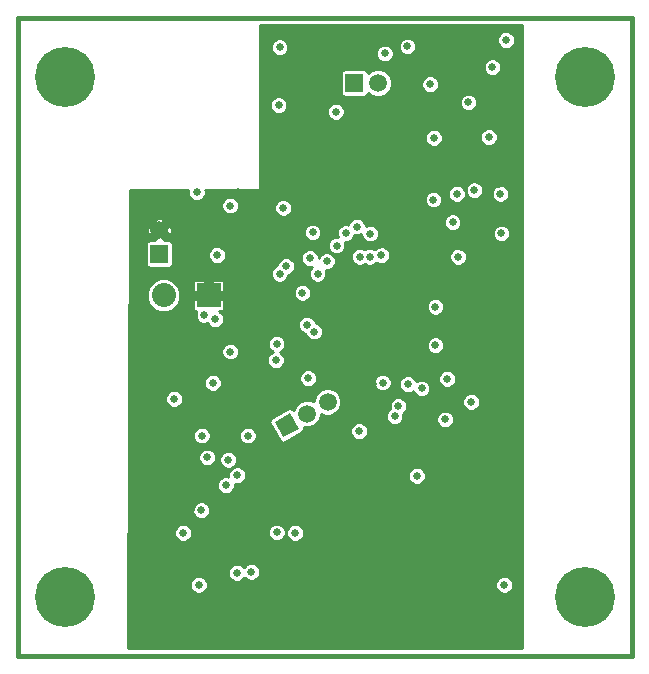
<source format=gbr>
G04 (created by PCBNEW (2013-mar-13)-testing) date Fri 19 Jul 2013 02:37:30 PM PDT*
%MOIN*%
G04 Gerber Fmt 3.4, Leading zero omitted, Abs format*
%FSLAX34Y34*%
G01*
G70*
G90*
G04 APERTURE LIST*
%ADD10C,0.005906*%
%ADD11C,0.015000*%
%ADD12R,0.039370X0.039370*%
%ADD13C,0.080000*%
%ADD14R,0.080000X0.080000*%
%ADD15C,0.059055*%
%ADD16R,0.059055X0.059055*%
%ADD17C,0.200000*%
%ADD18C,0.026000*%
%ADD19C,0.009000*%
G04 APERTURE END LIST*
G54D10*
G54D11*
X87401Y-31102D02*
X87401Y-52362D01*
X66929Y-31102D02*
X87401Y-31102D01*
X66929Y-52362D02*
X66929Y-31102D01*
X87401Y-52362D02*
X66929Y-52362D01*
G54D12*
X72322Y-41909D03*
X72952Y-41909D03*
X72637Y-42224D03*
X72322Y-42539D03*
X72952Y-42539D03*
G54D13*
X71789Y-40354D03*
G54D14*
X73289Y-40354D03*
G54D15*
X76574Y-44291D03*
X77256Y-43897D03*
G54D10*
G36*
X75784Y-45088D02*
X75489Y-44576D01*
X76000Y-44281D01*
X76296Y-44793D01*
X75784Y-45088D01*
X75784Y-45088D01*
G37*
G54D16*
X71653Y-38976D03*
G54D15*
X71653Y-38188D03*
G54D16*
X78149Y-33267D03*
G54D15*
X78937Y-33267D03*
G54D17*
X68502Y-33070D03*
X68502Y-50393D03*
X85825Y-50393D03*
X85825Y-33070D03*
G54D18*
X75561Y-48254D03*
X76177Y-48270D03*
X74249Y-46347D03*
X73579Y-39006D03*
X74008Y-37357D03*
X79489Y-44386D03*
X73151Y-41008D03*
X72834Y-49055D03*
X71466Y-50777D03*
X76462Y-37680D03*
X83149Y-51692D03*
X83117Y-47617D03*
X77921Y-46143D03*
X81692Y-51172D03*
X83208Y-45001D03*
X74071Y-40298D03*
X76377Y-47012D03*
X71712Y-37557D03*
X82881Y-33812D03*
X71225Y-44268D03*
X82780Y-39304D03*
X72520Y-44529D03*
X74256Y-36914D03*
X77559Y-51102D03*
X80754Y-31540D03*
X71108Y-51752D03*
X73340Y-44523D03*
X74394Y-50884D03*
X78740Y-32711D03*
X73714Y-39406D03*
X75261Y-49312D03*
X75630Y-32857D03*
X80856Y-41478D03*
X81960Y-32813D03*
X78755Y-43321D03*
X79727Y-35391D03*
X76484Y-50532D03*
X82884Y-36462D03*
X76289Y-39106D03*
X80556Y-43950D03*
X81236Y-46366D03*
X76204Y-40816D03*
X76568Y-45353D03*
X79210Y-38380D03*
X77538Y-34230D03*
X77229Y-39214D03*
X75875Y-39374D03*
X81565Y-36969D03*
X81424Y-37917D03*
X76922Y-39629D03*
X75656Y-39629D03*
X75783Y-37438D03*
X73436Y-43265D03*
X73871Y-46684D03*
X74015Y-42224D03*
X72145Y-43799D03*
X82753Y-32740D03*
X83021Y-36971D03*
X83054Y-38287D03*
X81607Y-39063D03*
X81953Y-33922D03*
X73948Y-45828D03*
X73049Y-47515D03*
X72961Y-50000D03*
X74237Y-49600D03*
X73505Y-41143D03*
X78326Y-39063D03*
X78237Y-38057D03*
X79619Y-44042D03*
X79937Y-43310D03*
X80391Y-43455D03*
X77863Y-38275D03*
X81177Y-44488D03*
X81241Y-43134D03*
X80850Y-42015D03*
X79167Y-32289D03*
X80675Y-33315D03*
X77559Y-38690D03*
X76665Y-39113D03*
X76420Y-40267D03*
X76809Y-41559D03*
X74717Y-49568D03*
X74596Y-45026D03*
X79052Y-39010D03*
X73240Y-45754D03*
X78680Y-38292D03*
X75558Y-41968D03*
X79920Y-32055D03*
X83149Y-50000D03*
X82630Y-35076D03*
X80802Y-35103D03*
X75626Y-34010D03*
X72894Y-36914D03*
X80236Y-46371D03*
X76571Y-41329D03*
X78312Y-44875D03*
X83206Y-31840D03*
X73071Y-45023D03*
X72443Y-48269D03*
X79094Y-43256D03*
X80784Y-37159D03*
X76757Y-38254D03*
X80852Y-40728D03*
X75658Y-32083D03*
X78659Y-39068D03*
X82150Y-36840D03*
X76606Y-43117D03*
X75532Y-42513D03*
X82045Y-43897D03*
G54D10*
G36*
X83738Y-52122D02*
X83501Y-52122D01*
X83501Y-31781D01*
X83457Y-31673D01*
X83374Y-31590D01*
X83265Y-31545D01*
X83148Y-31545D01*
X83040Y-31589D01*
X82956Y-31672D01*
X82911Y-31781D01*
X82911Y-31898D01*
X82956Y-32007D01*
X83039Y-32090D01*
X83147Y-32135D01*
X83265Y-32135D01*
X83373Y-32090D01*
X83456Y-32007D01*
X83501Y-31899D01*
X83501Y-31781D01*
X83501Y-52122D01*
X83444Y-52122D01*
X83444Y-49941D01*
X83399Y-49833D01*
X83349Y-49782D01*
X83349Y-38229D01*
X83316Y-38149D01*
X83316Y-36913D01*
X83271Y-36804D01*
X83188Y-36721D01*
X83080Y-36676D01*
X83048Y-36676D01*
X83048Y-32681D01*
X83003Y-32573D01*
X82920Y-32490D01*
X82812Y-32445D01*
X82694Y-32445D01*
X82586Y-32490D01*
X82503Y-32572D01*
X82458Y-32681D01*
X82458Y-32798D01*
X82502Y-32907D01*
X82585Y-32990D01*
X82694Y-33035D01*
X82811Y-33035D01*
X82920Y-32990D01*
X83003Y-32907D01*
X83048Y-32799D01*
X83048Y-32681D01*
X83048Y-36676D01*
X82962Y-36676D01*
X82925Y-36692D01*
X82925Y-35018D01*
X82880Y-34910D01*
X82797Y-34826D01*
X82689Y-34781D01*
X82571Y-34781D01*
X82463Y-34826D01*
X82380Y-34909D01*
X82335Y-35017D01*
X82335Y-35135D01*
X82380Y-35243D01*
X82462Y-35326D01*
X82571Y-35371D01*
X82688Y-35371D01*
X82797Y-35327D01*
X82880Y-35244D01*
X82925Y-35135D01*
X82925Y-35018D01*
X82925Y-36692D01*
X82854Y-36721D01*
X82771Y-36804D01*
X82726Y-36912D01*
X82726Y-37030D01*
X82770Y-37138D01*
X82853Y-37221D01*
X82962Y-37266D01*
X83079Y-37266D01*
X83188Y-37221D01*
X83271Y-37138D01*
X83316Y-37030D01*
X83316Y-36913D01*
X83316Y-38149D01*
X83304Y-38120D01*
X83221Y-38037D01*
X83113Y-37992D01*
X82995Y-37992D01*
X82887Y-38037D01*
X82804Y-38120D01*
X82759Y-38228D01*
X82759Y-38346D01*
X82803Y-38454D01*
X82886Y-38537D01*
X82995Y-38582D01*
X83112Y-38582D01*
X83221Y-38538D01*
X83304Y-38455D01*
X83349Y-38346D01*
X83349Y-38229D01*
X83349Y-49782D01*
X83316Y-49750D01*
X83208Y-49705D01*
X83091Y-49704D01*
X82982Y-49749D01*
X82899Y-49832D01*
X82854Y-49941D01*
X82854Y-50058D01*
X82899Y-50166D01*
X82982Y-50249D01*
X83090Y-50294D01*
X83208Y-50295D01*
X83316Y-50250D01*
X83399Y-50167D01*
X83444Y-50058D01*
X83444Y-49941D01*
X83444Y-52122D01*
X82445Y-52122D01*
X82445Y-36781D01*
X82401Y-36673D01*
X82318Y-36590D01*
X82248Y-36561D01*
X82248Y-33863D01*
X82204Y-33755D01*
X82121Y-33672D01*
X82012Y-33627D01*
X81895Y-33627D01*
X81786Y-33672D01*
X81703Y-33754D01*
X81658Y-33863D01*
X81658Y-33980D01*
X81703Y-34089D01*
X81786Y-34172D01*
X81894Y-34217D01*
X82012Y-34217D01*
X82120Y-34172D01*
X82203Y-34089D01*
X82248Y-33981D01*
X82248Y-33863D01*
X82248Y-36561D01*
X82209Y-36545D01*
X82092Y-36545D01*
X81983Y-36590D01*
X81900Y-36672D01*
X81855Y-36781D01*
X81855Y-36898D01*
X81900Y-37007D01*
X81983Y-37090D01*
X82091Y-37135D01*
X82209Y-37135D01*
X82317Y-37090D01*
X82400Y-37007D01*
X82445Y-36899D01*
X82445Y-36781D01*
X82445Y-52122D01*
X82340Y-52122D01*
X82340Y-43839D01*
X82295Y-43730D01*
X82212Y-43647D01*
X82104Y-43602D01*
X81986Y-43602D01*
X81902Y-43637D01*
X81902Y-39005D01*
X81860Y-38901D01*
X81860Y-36911D01*
X81815Y-36802D01*
X81732Y-36719D01*
X81623Y-36674D01*
X81506Y-36674D01*
X81398Y-36719D01*
X81315Y-36802D01*
X81270Y-36910D01*
X81269Y-37028D01*
X81314Y-37136D01*
X81397Y-37219D01*
X81506Y-37264D01*
X81623Y-37264D01*
X81731Y-37219D01*
X81814Y-37137D01*
X81859Y-37028D01*
X81860Y-36911D01*
X81860Y-38901D01*
X81858Y-38896D01*
X81775Y-38813D01*
X81719Y-38790D01*
X81719Y-37859D01*
X81674Y-37750D01*
X81591Y-37667D01*
X81483Y-37622D01*
X81365Y-37622D01*
X81257Y-37667D01*
X81174Y-37750D01*
X81129Y-37858D01*
X81129Y-37976D01*
X81173Y-38084D01*
X81256Y-38167D01*
X81365Y-38212D01*
X81482Y-38212D01*
X81591Y-38168D01*
X81674Y-38085D01*
X81719Y-37976D01*
X81719Y-37859D01*
X81719Y-38790D01*
X81666Y-38768D01*
X81549Y-38768D01*
X81440Y-38813D01*
X81357Y-38896D01*
X81312Y-39004D01*
X81312Y-39122D01*
X81357Y-39230D01*
X81440Y-39313D01*
X81548Y-39358D01*
X81666Y-39358D01*
X81774Y-39313D01*
X81857Y-39230D01*
X81902Y-39122D01*
X81902Y-39005D01*
X81902Y-43637D01*
X81878Y-43647D01*
X81795Y-43730D01*
X81750Y-43838D01*
X81750Y-43956D01*
X81795Y-44064D01*
X81878Y-44147D01*
X81986Y-44192D01*
X82103Y-44192D01*
X82212Y-44147D01*
X82295Y-44064D01*
X82340Y-43956D01*
X82340Y-43839D01*
X82340Y-52122D01*
X81536Y-52122D01*
X81536Y-43075D01*
X81491Y-42967D01*
X81409Y-42884D01*
X81300Y-42839D01*
X81183Y-42839D01*
X81147Y-42853D01*
X81147Y-40669D01*
X81102Y-40561D01*
X81097Y-40556D01*
X81097Y-35045D01*
X81052Y-34936D01*
X80970Y-34854D01*
X80970Y-33256D01*
X80925Y-33148D01*
X80842Y-33065D01*
X80734Y-33020D01*
X80616Y-33019D01*
X80508Y-33064D01*
X80425Y-33147D01*
X80380Y-33256D01*
X80380Y-33373D01*
X80425Y-33481D01*
X80507Y-33564D01*
X80616Y-33609D01*
X80733Y-33610D01*
X80842Y-33565D01*
X80925Y-33482D01*
X80970Y-33373D01*
X80970Y-33256D01*
X80970Y-34854D01*
X80969Y-34853D01*
X80861Y-34808D01*
X80743Y-34808D01*
X80635Y-34853D01*
X80552Y-34936D01*
X80507Y-35044D01*
X80507Y-35162D01*
X80552Y-35270D01*
X80635Y-35353D01*
X80743Y-35398D01*
X80860Y-35398D01*
X80969Y-35354D01*
X81052Y-35271D01*
X81097Y-35162D01*
X81097Y-35045D01*
X81097Y-40556D01*
X81079Y-40538D01*
X81079Y-37101D01*
X81035Y-36992D01*
X80952Y-36909D01*
X80843Y-36864D01*
X80726Y-36864D01*
X80617Y-36909D01*
X80534Y-36992D01*
X80489Y-37100D01*
X80489Y-37217D01*
X80534Y-37326D01*
X80617Y-37409D01*
X80725Y-37454D01*
X80843Y-37454D01*
X80951Y-37409D01*
X81034Y-37326D01*
X81079Y-37218D01*
X81079Y-37101D01*
X81079Y-40538D01*
X81019Y-40478D01*
X80911Y-40433D01*
X80793Y-40433D01*
X80685Y-40478D01*
X80602Y-40561D01*
X80557Y-40669D01*
X80557Y-40786D01*
X80602Y-40895D01*
X80685Y-40978D01*
X80793Y-41023D01*
X80910Y-41023D01*
X81019Y-40978D01*
X81102Y-40895D01*
X81147Y-40787D01*
X81147Y-40669D01*
X81147Y-42853D01*
X81145Y-42854D01*
X81145Y-41957D01*
X81100Y-41848D01*
X81017Y-41765D01*
X80909Y-41720D01*
X80792Y-41720D01*
X80683Y-41765D01*
X80600Y-41848D01*
X80555Y-41956D01*
X80555Y-42073D01*
X80600Y-42182D01*
X80683Y-42265D01*
X80791Y-42310D01*
X80908Y-42310D01*
X81017Y-42265D01*
X81100Y-42182D01*
X81145Y-42074D01*
X81145Y-41957D01*
X81145Y-42854D01*
X81074Y-42883D01*
X80991Y-42966D01*
X80946Y-43075D01*
X80946Y-43192D01*
X80991Y-43301D01*
X81074Y-43384D01*
X81182Y-43429D01*
X81300Y-43429D01*
X81408Y-43384D01*
X81491Y-43301D01*
X81536Y-43193D01*
X81536Y-43075D01*
X81536Y-52122D01*
X81472Y-52122D01*
X81472Y-44429D01*
X81427Y-44321D01*
X81344Y-44238D01*
X81236Y-44193D01*
X81119Y-44193D01*
X81010Y-44237D01*
X80927Y-44320D01*
X80882Y-44429D01*
X80882Y-44546D01*
X80927Y-44655D01*
X81010Y-44738D01*
X81118Y-44783D01*
X81236Y-44783D01*
X81344Y-44738D01*
X81427Y-44655D01*
X81472Y-44547D01*
X81472Y-44429D01*
X81472Y-52122D01*
X80686Y-52122D01*
X80686Y-43396D01*
X80641Y-43288D01*
X80558Y-43205D01*
X80450Y-43160D01*
X80332Y-43160D01*
X80224Y-43205D01*
X80216Y-43212D01*
X80215Y-43211D01*
X80215Y-31997D01*
X80171Y-31888D01*
X80088Y-31805D01*
X79979Y-31760D01*
X79862Y-31760D01*
X79753Y-31805D01*
X79670Y-31888D01*
X79625Y-31996D01*
X79625Y-32113D01*
X79670Y-32222D01*
X79753Y-32305D01*
X79861Y-32350D01*
X79979Y-32350D01*
X80087Y-32305D01*
X80170Y-32222D01*
X80215Y-32114D01*
X80215Y-31997D01*
X80215Y-43211D01*
X80187Y-43143D01*
X80104Y-43060D01*
X79996Y-43015D01*
X79879Y-43015D01*
X79770Y-43060D01*
X79687Y-43142D01*
X79642Y-43251D01*
X79642Y-43368D01*
X79687Y-43477D01*
X79770Y-43560D01*
X79878Y-43605D01*
X79995Y-43605D01*
X80104Y-43560D01*
X80112Y-43552D01*
X80140Y-43622D01*
X80223Y-43705D01*
X80332Y-43750D01*
X80449Y-43750D01*
X80558Y-43705D01*
X80641Y-43622D01*
X80686Y-43514D01*
X80686Y-43396D01*
X80686Y-52122D01*
X80531Y-52122D01*
X80531Y-46313D01*
X80486Y-46204D01*
X80403Y-46121D01*
X80294Y-46076D01*
X80177Y-46076D01*
X80069Y-46121D01*
X79986Y-46204D01*
X79941Y-46312D01*
X79940Y-46430D01*
X79985Y-46538D01*
X80068Y-46621D01*
X80177Y-46666D01*
X80294Y-46666D01*
X80402Y-46621D01*
X80485Y-46538D01*
X80530Y-46430D01*
X80531Y-46313D01*
X80531Y-52122D01*
X79914Y-52122D01*
X79914Y-43983D01*
X79869Y-43875D01*
X79786Y-43792D01*
X79678Y-43747D01*
X79560Y-43747D01*
X79462Y-43787D01*
X79462Y-32231D01*
X79418Y-32122D01*
X79335Y-32039D01*
X79226Y-31994D01*
X79109Y-31994D01*
X79000Y-32039D01*
X78917Y-32122D01*
X78872Y-32230D01*
X78872Y-32348D01*
X78917Y-32456D01*
X79000Y-32539D01*
X79108Y-32584D01*
X79226Y-32584D01*
X79334Y-32539D01*
X79417Y-32457D01*
X79462Y-32348D01*
X79462Y-32231D01*
X79462Y-43787D01*
X79452Y-43792D01*
X79397Y-43847D01*
X79397Y-33176D01*
X79327Y-33007D01*
X79198Y-32877D01*
X79028Y-32807D01*
X78845Y-32807D01*
X78676Y-32877D01*
X78609Y-32943D01*
X78609Y-32939D01*
X78584Y-32878D01*
X78538Y-32832D01*
X78477Y-32807D01*
X78412Y-32807D01*
X77821Y-32807D01*
X77760Y-32832D01*
X77714Y-32878D01*
X77689Y-32939D01*
X77689Y-33005D01*
X77689Y-33595D01*
X77714Y-33656D01*
X77760Y-33702D01*
X77821Y-33727D01*
X77887Y-33727D01*
X78477Y-33727D01*
X78538Y-33702D01*
X78584Y-33656D01*
X78609Y-33595D01*
X78609Y-33591D01*
X78675Y-33657D01*
X78845Y-33727D01*
X79028Y-33728D01*
X79197Y-33658D01*
X79326Y-33528D01*
X79397Y-33359D01*
X79397Y-33176D01*
X79397Y-43847D01*
X79389Y-43854D01*
X79389Y-43197D01*
X79347Y-43095D01*
X79347Y-38952D01*
X79302Y-38843D01*
X79219Y-38760D01*
X79111Y-38715D01*
X78993Y-38715D01*
X78975Y-38723D01*
X78975Y-38233D01*
X78930Y-38125D01*
X78847Y-38042D01*
X78739Y-37997D01*
X78622Y-37997D01*
X78532Y-38034D01*
X78532Y-37999D01*
X78487Y-37890D01*
X78404Y-37807D01*
X78296Y-37762D01*
X78178Y-37762D01*
X78070Y-37807D01*
X77987Y-37890D01*
X77945Y-37990D01*
X77922Y-37980D01*
X77833Y-37980D01*
X77833Y-34172D01*
X77788Y-34064D01*
X77705Y-33981D01*
X77597Y-33936D01*
X77479Y-33935D01*
X77371Y-33980D01*
X77288Y-34063D01*
X77243Y-34172D01*
X77243Y-34289D01*
X77287Y-34397D01*
X77370Y-34480D01*
X77479Y-34525D01*
X77596Y-34526D01*
X77704Y-34481D01*
X77788Y-34398D01*
X77833Y-34289D01*
X77833Y-34172D01*
X77833Y-37980D01*
X77805Y-37980D01*
X77696Y-38025D01*
X77613Y-38108D01*
X77568Y-38216D01*
X77568Y-38333D01*
X77593Y-38395D01*
X77500Y-38395D01*
X77392Y-38440D01*
X77309Y-38522D01*
X77264Y-38631D01*
X77264Y-38748D01*
X77308Y-38857D01*
X77391Y-38940D01*
X77500Y-38985D01*
X77617Y-38985D01*
X77725Y-38940D01*
X77808Y-38857D01*
X77854Y-38749D01*
X77854Y-38631D01*
X77828Y-38570D01*
X77921Y-38570D01*
X78030Y-38525D01*
X78113Y-38442D01*
X78154Y-38342D01*
X78178Y-38352D01*
X78295Y-38352D01*
X78385Y-38315D01*
X78385Y-38350D01*
X78430Y-38459D01*
X78513Y-38542D01*
X78621Y-38587D01*
X78739Y-38587D01*
X78847Y-38542D01*
X78930Y-38459D01*
X78975Y-38351D01*
X78975Y-38233D01*
X78975Y-38723D01*
X78885Y-38760D01*
X78826Y-38818D01*
X78826Y-38818D01*
X78718Y-38773D01*
X78600Y-38773D01*
X78496Y-38816D01*
X78494Y-38813D01*
X78385Y-38768D01*
X78268Y-38768D01*
X78159Y-38813D01*
X78076Y-38896D01*
X78031Y-39004D01*
X78031Y-39122D01*
X78076Y-39230D01*
X78159Y-39313D01*
X78267Y-39358D01*
X78385Y-39358D01*
X78489Y-39315D01*
X78491Y-39318D01*
X78600Y-39363D01*
X78717Y-39363D01*
X78826Y-39318D01*
X78884Y-39260D01*
X78885Y-39260D01*
X78993Y-39305D01*
X79110Y-39305D01*
X79219Y-39261D01*
X79302Y-39178D01*
X79347Y-39069D01*
X79347Y-38952D01*
X79347Y-43095D01*
X79344Y-43089D01*
X79261Y-43006D01*
X79153Y-42961D01*
X79036Y-42961D01*
X78927Y-43005D01*
X78844Y-43088D01*
X78799Y-43197D01*
X78799Y-43314D01*
X78844Y-43423D01*
X78927Y-43506D01*
X79035Y-43551D01*
X79152Y-43551D01*
X79261Y-43506D01*
X79344Y-43423D01*
X79389Y-43315D01*
X79389Y-43197D01*
X79389Y-43854D01*
X79369Y-43875D01*
X79324Y-43983D01*
X79324Y-44100D01*
X79336Y-44130D01*
X79322Y-44136D01*
X79239Y-44219D01*
X79194Y-44327D01*
X79194Y-44445D01*
X79239Y-44553D01*
X79322Y-44636D01*
X79430Y-44681D01*
X79548Y-44681D01*
X79656Y-44637D01*
X79739Y-44554D01*
X79784Y-44445D01*
X79784Y-44328D01*
X79772Y-44298D01*
X79786Y-44292D01*
X79869Y-44209D01*
X79914Y-44101D01*
X79914Y-43983D01*
X79914Y-52122D01*
X78607Y-52122D01*
X78607Y-44817D01*
X78562Y-44708D01*
X78479Y-44625D01*
X78370Y-44580D01*
X78253Y-44580D01*
X78145Y-44625D01*
X78062Y-44708D01*
X78017Y-44816D01*
X78016Y-44934D01*
X78061Y-45042D01*
X78144Y-45125D01*
X78253Y-45170D01*
X78370Y-45170D01*
X78478Y-45125D01*
X78561Y-45043D01*
X78606Y-44934D01*
X78607Y-44817D01*
X78607Y-52122D01*
X77717Y-52122D01*
X77717Y-43806D01*
X77647Y-43637D01*
X77524Y-43514D01*
X77524Y-39155D01*
X77479Y-39047D01*
X77396Y-38964D01*
X77288Y-38919D01*
X77170Y-38919D01*
X77062Y-38964D01*
X77052Y-38974D01*
X77052Y-38196D01*
X77007Y-38087D01*
X76924Y-38004D01*
X76816Y-37959D01*
X76698Y-37959D01*
X76590Y-38004D01*
X76507Y-38087D01*
X76462Y-38195D01*
X76462Y-38313D01*
X76506Y-38421D01*
X76589Y-38504D01*
X76698Y-38549D01*
X76815Y-38549D01*
X76924Y-38504D01*
X77007Y-38422D01*
X77052Y-38313D01*
X77052Y-38196D01*
X77052Y-38974D01*
X76979Y-39047D01*
X76960Y-39093D01*
X76960Y-39055D01*
X76915Y-38946D01*
X76832Y-38863D01*
X76723Y-38818D01*
X76606Y-38818D01*
X76498Y-38863D01*
X76415Y-38946D01*
X76370Y-39054D01*
X76369Y-39172D01*
X76414Y-39280D01*
X76497Y-39363D01*
X76606Y-39408D01*
X76723Y-39408D01*
X76727Y-39407D01*
X76672Y-39461D01*
X76627Y-39570D01*
X76627Y-39687D01*
X76672Y-39796D01*
X76755Y-39879D01*
X76863Y-39924D01*
X76980Y-39924D01*
X77089Y-39879D01*
X77172Y-39796D01*
X77217Y-39688D01*
X77217Y-39570D01*
X77192Y-39509D01*
X77287Y-39509D01*
X77396Y-39464D01*
X77479Y-39381D01*
X77524Y-39273D01*
X77524Y-39155D01*
X77524Y-43514D01*
X77517Y-43507D01*
X77348Y-43437D01*
X77165Y-43437D01*
X77104Y-43462D01*
X77104Y-41500D01*
X77059Y-41392D01*
X76976Y-41309D01*
X76868Y-41264D01*
X76864Y-41264D01*
X76822Y-41162D01*
X76739Y-41079D01*
X76715Y-41069D01*
X76715Y-40209D01*
X76670Y-40100D01*
X76587Y-40017D01*
X76478Y-39972D01*
X76361Y-39972D01*
X76253Y-40017D01*
X76170Y-40099D01*
X76170Y-39315D01*
X76126Y-39207D01*
X76078Y-39159D01*
X76078Y-37380D01*
X76033Y-37271D01*
X75953Y-37191D01*
X75953Y-32025D01*
X75908Y-31916D01*
X75825Y-31833D01*
X75717Y-31788D01*
X75600Y-31788D01*
X75491Y-31833D01*
X75408Y-31916D01*
X75363Y-32024D01*
X75363Y-32142D01*
X75408Y-32250D01*
X75491Y-32333D01*
X75599Y-32378D01*
X75717Y-32378D01*
X75825Y-32333D01*
X75908Y-32250D01*
X75953Y-32142D01*
X75953Y-32025D01*
X75953Y-37191D01*
X75950Y-37188D01*
X75921Y-37176D01*
X75921Y-33952D01*
X75876Y-33844D01*
X75793Y-33760D01*
X75685Y-33715D01*
X75567Y-33715D01*
X75459Y-33760D01*
X75376Y-33843D01*
X75331Y-33951D01*
X75331Y-34069D01*
X75376Y-34177D01*
X75458Y-34260D01*
X75567Y-34305D01*
X75684Y-34305D01*
X75793Y-34261D01*
X75876Y-34178D01*
X75921Y-34069D01*
X75921Y-33952D01*
X75921Y-37176D01*
X75842Y-37143D01*
X75725Y-37143D01*
X75616Y-37188D01*
X75533Y-37271D01*
X75488Y-37379D01*
X75488Y-37496D01*
X75533Y-37605D01*
X75616Y-37688D01*
X75724Y-37733D01*
X75841Y-37733D01*
X75950Y-37688D01*
X76033Y-37605D01*
X76078Y-37497D01*
X76078Y-37380D01*
X76078Y-39159D01*
X76043Y-39124D01*
X75934Y-39079D01*
X75817Y-39079D01*
X75708Y-39123D01*
X75625Y-39206D01*
X75580Y-39315D01*
X75580Y-39341D01*
X75489Y-39378D01*
X75406Y-39461D01*
X75361Y-39570D01*
X75360Y-39687D01*
X75405Y-39796D01*
X75488Y-39879D01*
X75597Y-39924D01*
X75714Y-39924D01*
X75822Y-39879D01*
X75905Y-39796D01*
X75950Y-39688D01*
X75950Y-39662D01*
X76042Y-39624D01*
X76125Y-39541D01*
X76170Y-39433D01*
X76170Y-39315D01*
X76170Y-40099D01*
X76170Y-40100D01*
X76125Y-40208D01*
X76124Y-40326D01*
X76169Y-40434D01*
X76252Y-40517D01*
X76361Y-40562D01*
X76478Y-40562D01*
X76586Y-40518D01*
X76669Y-40435D01*
X76714Y-40326D01*
X76715Y-40209D01*
X76715Y-41069D01*
X76630Y-41034D01*
X76513Y-41034D01*
X76404Y-41079D01*
X76321Y-41161D01*
X76276Y-41270D01*
X76276Y-41387D01*
X76321Y-41496D01*
X76404Y-41579D01*
X76512Y-41624D01*
X76517Y-41624D01*
X76559Y-41726D01*
X76642Y-41809D01*
X76750Y-41854D01*
X76867Y-41854D01*
X76976Y-41809D01*
X77059Y-41726D01*
X77104Y-41618D01*
X77104Y-41500D01*
X77104Y-43462D01*
X76996Y-43507D01*
X76901Y-43601D01*
X76901Y-43059D01*
X76857Y-42950D01*
X76774Y-42867D01*
X76665Y-42822D01*
X76548Y-42822D01*
X76440Y-42867D01*
X76356Y-42950D01*
X76311Y-43058D01*
X76311Y-43176D01*
X76356Y-43284D01*
X76439Y-43367D01*
X76547Y-43412D01*
X76665Y-43412D01*
X76773Y-43367D01*
X76856Y-43285D01*
X76901Y-43176D01*
X76901Y-43059D01*
X76901Y-43601D01*
X76866Y-43636D01*
X76796Y-43805D01*
X76796Y-43884D01*
X76666Y-43831D01*
X76483Y-43830D01*
X76314Y-43900D01*
X76184Y-44030D01*
X76126Y-44170D01*
X76075Y-44130D01*
X76011Y-44113D01*
X75946Y-44122D01*
X75890Y-44155D01*
X75853Y-44176D01*
X75853Y-41910D01*
X75808Y-41802D01*
X75725Y-41719D01*
X75617Y-41674D01*
X75500Y-41673D01*
X75391Y-41718D01*
X75308Y-41801D01*
X75263Y-41910D01*
X75263Y-42027D01*
X75308Y-42135D01*
X75391Y-42218D01*
X75431Y-42235D01*
X75365Y-42262D01*
X75282Y-42345D01*
X75237Y-42454D01*
X75237Y-42571D01*
X75282Y-42679D01*
X75365Y-42762D01*
X75473Y-42807D01*
X75590Y-42808D01*
X75699Y-42763D01*
X75782Y-42680D01*
X75827Y-42571D01*
X75827Y-42454D01*
X75782Y-42346D01*
X75699Y-42263D01*
X75659Y-42246D01*
X75725Y-42219D01*
X75808Y-42136D01*
X75853Y-42027D01*
X75853Y-41910D01*
X75853Y-44176D01*
X75378Y-44450D01*
X75338Y-44502D01*
X75321Y-44565D01*
X75330Y-44631D01*
X75363Y-44687D01*
X75658Y-45199D01*
X75710Y-45239D01*
X75773Y-45256D01*
X75838Y-45247D01*
X75895Y-45214D01*
X76407Y-44919D01*
X76447Y-44867D01*
X76464Y-44804D01*
X76455Y-44740D01*
X76482Y-44751D01*
X76665Y-44751D01*
X76835Y-44681D01*
X76964Y-44552D01*
X77034Y-44383D01*
X77035Y-44303D01*
X77164Y-44357D01*
X77347Y-44357D01*
X77517Y-44288D01*
X77646Y-44158D01*
X77716Y-43989D01*
X77717Y-43806D01*
X77717Y-52122D01*
X76472Y-52122D01*
X76472Y-48212D01*
X76428Y-48103D01*
X76345Y-48020D01*
X76236Y-47975D01*
X76119Y-47975D01*
X76010Y-48020D01*
X75927Y-48103D01*
X75882Y-48211D01*
X75882Y-48329D01*
X75927Y-48437D01*
X76010Y-48520D01*
X76118Y-48565D01*
X76236Y-48565D01*
X76344Y-48521D01*
X76427Y-48438D01*
X76472Y-48329D01*
X76472Y-48212D01*
X76472Y-52122D01*
X75856Y-52122D01*
X75856Y-48196D01*
X75811Y-48087D01*
X75729Y-48004D01*
X75620Y-47959D01*
X75503Y-47959D01*
X75394Y-48004D01*
X75311Y-48087D01*
X75266Y-48195D01*
X75266Y-48313D01*
X75311Y-48421D01*
X75394Y-48504D01*
X75502Y-48549D01*
X75620Y-48549D01*
X75728Y-48504D01*
X75811Y-48422D01*
X75856Y-48313D01*
X75856Y-48196D01*
X75856Y-52122D01*
X75012Y-52122D01*
X75012Y-49510D01*
X74967Y-49401D01*
X74891Y-49325D01*
X74891Y-44967D01*
X74846Y-44859D01*
X74763Y-44776D01*
X74655Y-44731D01*
X74538Y-44731D01*
X74429Y-44775D01*
X74346Y-44858D01*
X74310Y-44945D01*
X74310Y-42165D01*
X74303Y-42147D01*
X74303Y-37299D01*
X74258Y-37190D01*
X74175Y-37107D01*
X74067Y-37062D01*
X73949Y-37062D01*
X73841Y-37107D01*
X73758Y-37190D01*
X73713Y-37298D01*
X73713Y-37416D01*
X73758Y-37524D01*
X73840Y-37607D01*
X73949Y-37652D01*
X74066Y-37652D01*
X74175Y-37607D01*
X74258Y-37524D01*
X74303Y-37416D01*
X74303Y-37299D01*
X74303Y-42147D01*
X74265Y-42057D01*
X74183Y-41974D01*
X74074Y-41929D01*
X73957Y-41929D01*
X73874Y-41963D01*
X73874Y-38947D01*
X73829Y-38839D01*
X73746Y-38756D01*
X73638Y-38711D01*
X73520Y-38711D01*
X73412Y-38755D01*
X73329Y-38838D01*
X73284Y-38947D01*
X73284Y-39064D01*
X73328Y-39172D01*
X73411Y-39256D01*
X73520Y-39301D01*
X73637Y-39301D01*
X73746Y-39256D01*
X73829Y-39173D01*
X73874Y-39065D01*
X73874Y-38947D01*
X73874Y-41963D01*
X73848Y-41974D01*
X73814Y-42008D01*
X73814Y-40779D01*
X73814Y-40729D01*
X73814Y-40490D01*
X73814Y-40218D01*
X73814Y-39979D01*
X73814Y-39929D01*
X73795Y-39883D01*
X73760Y-39848D01*
X73714Y-39829D01*
X73425Y-39829D01*
X73394Y-39860D01*
X73394Y-40249D01*
X73783Y-40249D01*
X73814Y-40218D01*
X73814Y-40490D01*
X73783Y-40459D01*
X73394Y-40459D01*
X73394Y-40467D01*
X73184Y-40467D01*
X73184Y-40459D01*
X73184Y-40249D01*
X73184Y-39860D01*
X73153Y-39829D01*
X72864Y-39829D01*
X72818Y-39848D01*
X72783Y-39883D01*
X72764Y-39929D01*
X72764Y-39979D01*
X72764Y-40218D01*
X72795Y-40249D01*
X73184Y-40249D01*
X73184Y-40459D01*
X72795Y-40459D01*
X72764Y-40490D01*
X72764Y-40729D01*
X72764Y-40779D01*
X72783Y-40825D01*
X72818Y-40860D01*
X72864Y-40879D01*
X72886Y-40879D01*
X72857Y-40949D01*
X72856Y-41066D01*
X72901Y-41175D01*
X72984Y-41258D01*
X73093Y-41303D01*
X73210Y-41303D01*
X73246Y-41288D01*
X73255Y-41310D01*
X73338Y-41393D01*
X73447Y-41438D01*
X73564Y-41438D01*
X73672Y-41394D01*
X73755Y-41311D01*
X73800Y-41202D01*
X73801Y-41085D01*
X73756Y-40976D01*
X73673Y-40893D01*
X73638Y-40879D01*
X73714Y-40879D01*
X73760Y-40860D01*
X73795Y-40825D01*
X73814Y-40779D01*
X73814Y-42008D01*
X73765Y-42057D01*
X73720Y-42165D01*
X73720Y-42282D01*
X73765Y-42391D01*
X73848Y-42474D01*
X73956Y-42519D01*
X74074Y-42519D01*
X74182Y-42474D01*
X74265Y-42391D01*
X74310Y-42283D01*
X74310Y-42165D01*
X74310Y-44945D01*
X74301Y-44967D01*
X74301Y-45084D01*
X74346Y-45193D01*
X74429Y-45276D01*
X74537Y-45321D01*
X74655Y-45321D01*
X74763Y-45276D01*
X74846Y-45193D01*
X74891Y-45085D01*
X74891Y-44967D01*
X74891Y-49325D01*
X74884Y-49318D01*
X74776Y-49273D01*
X74658Y-49273D01*
X74550Y-49318D01*
X74544Y-49324D01*
X74544Y-46289D01*
X74499Y-46180D01*
X74417Y-46097D01*
X74308Y-46052D01*
X74243Y-46052D01*
X74243Y-45770D01*
X74199Y-45661D01*
X74116Y-45578D01*
X74007Y-45533D01*
X73890Y-45533D01*
X73781Y-45578D01*
X73731Y-45628D01*
X73731Y-43207D01*
X73686Y-43099D01*
X73603Y-43015D01*
X73495Y-42970D01*
X73378Y-42970D01*
X73269Y-43015D01*
X73186Y-43098D01*
X73141Y-43206D01*
X73141Y-43324D01*
X73186Y-43432D01*
X73269Y-43515D01*
X73377Y-43560D01*
X73495Y-43560D01*
X73603Y-43516D01*
X73686Y-43433D01*
X73731Y-43324D01*
X73731Y-43207D01*
X73731Y-45628D01*
X73698Y-45661D01*
X73653Y-45769D01*
X73653Y-45886D01*
X73698Y-45995D01*
X73781Y-46078D01*
X73889Y-46123D01*
X74007Y-46123D01*
X74115Y-46078D01*
X74198Y-45995D01*
X74243Y-45887D01*
X74243Y-45770D01*
X74243Y-46052D01*
X74191Y-46052D01*
X74082Y-46097D01*
X73999Y-46180D01*
X73954Y-46288D01*
X73954Y-46399D01*
X73930Y-46389D01*
X73813Y-46389D01*
X73704Y-46433D01*
X73621Y-46516D01*
X73576Y-46625D01*
X73576Y-46742D01*
X73621Y-46850D01*
X73704Y-46934D01*
X73812Y-46979D01*
X73930Y-46979D01*
X74038Y-46934D01*
X74121Y-46851D01*
X74166Y-46743D01*
X74166Y-46632D01*
X74190Y-46642D01*
X74308Y-46642D01*
X74416Y-46597D01*
X74499Y-46514D01*
X74544Y-46406D01*
X74544Y-46289D01*
X74544Y-49324D01*
X74467Y-49401D01*
X74463Y-49409D01*
X74405Y-49350D01*
X74296Y-49305D01*
X74179Y-49305D01*
X74070Y-49350D01*
X73987Y-49433D01*
X73942Y-49541D01*
X73942Y-49659D01*
X73987Y-49767D01*
X74070Y-49850D01*
X74178Y-49895D01*
X74296Y-49895D01*
X74404Y-49850D01*
X74487Y-49767D01*
X74491Y-49759D01*
X74550Y-49818D01*
X74658Y-49863D01*
X74775Y-49863D01*
X74884Y-49818D01*
X74967Y-49736D01*
X75012Y-49627D01*
X75012Y-49510D01*
X75012Y-52122D01*
X73535Y-52122D01*
X73535Y-45695D01*
X73490Y-45587D01*
X73408Y-45504D01*
X73366Y-45487D01*
X73366Y-44965D01*
X73321Y-44856D01*
X73238Y-44773D01*
X73130Y-44728D01*
X73013Y-44728D01*
X72904Y-44773D01*
X72821Y-44856D01*
X72776Y-44964D01*
X72776Y-45082D01*
X72821Y-45190D01*
X72904Y-45273D01*
X73012Y-45318D01*
X73129Y-45318D01*
X73238Y-45273D01*
X73321Y-45191D01*
X73366Y-45082D01*
X73366Y-44965D01*
X73366Y-45487D01*
X73299Y-45459D01*
X73182Y-45459D01*
X73073Y-45503D01*
X72990Y-45586D01*
X72945Y-45695D01*
X72945Y-45812D01*
X72990Y-45921D01*
X73073Y-46004D01*
X73181Y-46049D01*
X73299Y-46049D01*
X73407Y-46004D01*
X73490Y-45921D01*
X73535Y-45813D01*
X73535Y-45695D01*
X73535Y-52122D01*
X73345Y-52122D01*
X73345Y-47457D01*
X73300Y-47348D01*
X73217Y-47265D01*
X73108Y-47220D01*
X72991Y-47220D01*
X72883Y-47265D01*
X72800Y-47348D01*
X72755Y-47456D01*
X72754Y-47574D01*
X72799Y-47682D01*
X72882Y-47765D01*
X72991Y-47810D01*
X73108Y-47810D01*
X73216Y-47766D01*
X73299Y-47683D01*
X73344Y-47574D01*
X73345Y-47457D01*
X73345Y-52122D01*
X73256Y-52122D01*
X73256Y-49942D01*
X73211Y-49833D01*
X73128Y-49750D01*
X73019Y-49705D01*
X72902Y-49705D01*
X72794Y-49750D01*
X72738Y-49805D01*
X72738Y-48210D01*
X72694Y-48102D01*
X72611Y-48019D01*
X72502Y-47974D01*
X72440Y-47974D01*
X72440Y-43740D01*
X72395Y-43632D01*
X72354Y-43590D01*
X72354Y-40242D01*
X72268Y-40034D01*
X72113Y-39879D01*
X72113Y-39304D01*
X72113Y-39238D01*
X72113Y-38648D01*
X72088Y-38587D01*
X72082Y-38580D01*
X72082Y-38183D01*
X72051Y-38029D01*
X71998Y-37992D01*
X71850Y-38140D01*
X71850Y-37843D01*
X71812Y-37791D01*
X71648Y-37760D01*
X71494Y-37791D01*
X71456Y-37843D01*
X71653Y-38040D01*
X71850Y-37843D01*
X71850Y-38140D01*
X71802Y-38188D01*
X71998Y-38385D01*
X72051Y-38348D01*
X72082Y-38183D01*
X72082Y-38580D01*
X72042Y-38541D01*
X71981Y-38516D01*
X71915Y-38516D01*
X71832Y-38516D01*
X71653Y-38337D01*
X71505Y-38485D01*
X71505Y-38188D01*
X71308Y-37992D01*
X71255Y-38029D01*
X71225Y-38194D01*
X71255Y-38348D01*
X71308Y-38385D01*
X71505Y-38188D01*
X71505Y-38485D01*
X71474Y-38516D01*
X71325Y-38516D01*
X71264Y-38541D01*
X71218Y-38587D01*
X71193Y-38648D01*
X71193Y-38713D01*
X71193Y-39304D01*
X71218Y-39365D01*
X71264Y-39411D01*
X71325Y-39436D01*
X71391Y-39436D01*
X71981Y-39436D01*
X72042Y-39411D01*
X72088Y-39365D01*
X72113Y-39304D01*
X72113Y-39879D01*
X72109Y-39875D01*
X71902Y-39789D01*
X71677Y-39789D01*
X71469Y-39875D01*
X71310Y-40033D01*
X71224Y-40241D01*
X71224Y-40466D01*
X71310Y-40673D01*
X71468Y-40833D01*
X71676Y-40919D01*
X71901Y-40919D01*
X72108Y-40833D01*
X72268Y-40674D01*
X72354Y-40467D01*
X72354Y-40242D01*
X72354Y-43590D01*
X72312Y-43549D01*
X72204Y-43504D01*
X72087Y-43504D01*
X71978Y-43548D01*
X71895Y-43631D01*
X71850Y-43740D01*
X71850Y-43857D01*
X71895Y-43966D01*
X71978Y-44049D01*
X72086Y-44094D01*
X72204Y-44094D01*
X72312Y-44049D01*
X72395Y-43966D01*
X72440Y-43858D01*
X72440Y-43740D01*
X72440Y-47974D01*
X72385Y-47974D01*
X72276Y-48019D01*
X72193Y-48101D01*
X72148Y-48210D01*
X72148Y-48327D01*
X72193Y-48436D01*
X72276Y-48519D01*
X72384Y-48564D01*
X72502Y-48564D01*
X72610Y-48519D01*
X72693Y-48436D01*
X72738Y-48328D01*
X72738Y-48210D01*
X72738Y-49805D01*
X72711Y-49833D01*
X72666Y-49941D01*
X72666Y-50059D01*
X72710Y-50167D01*
X72793Y-50250D01*
X72902Y-50295D01*
X73019Y-50295D01*
X73127Y-50251D01*
X73211Y-50168D01*
X73256Y-50059D01*
X73256Y-49942D01*
X73256Y-52122D01*
X70593Y-52122D01*
X70664Y-36832D01*
X72609Y-36832D01*
X72599Y-36855D01*
X72599Y-36973D01*
X72644Y-37081D01*
X72727Y-37164D01*
X72835Y-37209D01*
X72952Y-37209D01*
X73061Y-37164D01*
X73144Y-37081D01*
X73189Y-36973D01*
X73189Y-36856D01*
X73179Y-36832D01*
X75021Y-36832D01*
X75021Y-31342D01*
X83738Y-31342D01*
X83738Y-52122D01*
X83738Y-52122D01*
G37*
G54D19*
X83738Y-52122D02*
X83501Y-52122D01*
X83501Y-31781D01*
X83457Y-31673D01*
X83374Y-31590D01*
X83265Y-31545D01*
X83148Y-31545D01*
X83040Y-31589D01*
X82956Y-31672D01*
X82911Y-31781D01*
X82911Y-31898D01*
X82956Y-32007D01*
X83039Y-32090D01*
X83147Y-32135D01*
X83265Y-32135D01*
X83373Y-32090D01*
X83456Y-32007D01*
X83501Y-31899D01*
X83501Y-31781D01*
X83501Y-52122D01*
X83444Y-52122D01*
X83444Y-49941D01*
X83399Y-49833D01*
X83349Y-49782D01*
X83349Y-38229D01*
X83316Y-38149D01*
X83316Y-36913D01*
X83271Y-36804D01*
X83188Y-36721D01*
X83080Y-36676D01*
X83048Y-36676D01*
X83048Y-32681D01*
X83003Y-32573D01*
X82920Y-32490D01*
X82812Y-32445D01*
X82694Y-32445D01*
X82586Y-32490D01*
X82503Y-32572D01*
X82458Y-32681D01*
X82458Y-32798D01*
X82502Y-32907D01*
X82585Y-32990D01*
X82694Y-33035D01*
X82811Y-33035D01*
X82920Y-32990D01*
X83003Y-32907D01*
X83048Y-32799D01*
X83048Y-32681D01*
X83048Y-36676D01*
X82962Y-36676D01*
X82925Y-36692D01*
X82925Y-35018D01*
X82880Y-34910D01*
X82797Y-34826D01*
X82689Y-34781D01*
X82571Y-34781D01*
X82463Y-34826D01*
X82380Y-34909D01*
X82335Y-35017D01*
X82335Y-35135D01*
X82380Y-35243D01*
X82462Y-35326D01*
X82571Y-35371D01*
X82688Y-35371D01*
X82797Y-35327D01*
X82880Y-35244D01*
X82925Y-35135D01*
X82925Y-35018D01*
X82925Y-36692D01*
X82854Y-36721D01*
X82771Y-36804D01*
X82726Y-36912D01*
X82726Y-37030D01*
X82770Y-37138D01*
X82853Y-37221D01*
X82962Y-37266D01*
X83079Y-37266D01*
X83188Y-37221D01*
X83271Y-37138D01*
X83316Y-37030D01*
X83316Y-36913D01*
X83316Y-38149D01*
X83304Y-38120D01*
X83221Y-38037D01*
X83113Y-37992D01*
X82995Y-37992D01*
X82887Y-38037D01*
X82804Y-38120D01*
X82759Y-38228D01*
X82759Y-38346D01*
X82803Y-38454D01*
X82886Y-38537D01*
X82995Y-38582D01*
X83112Y-38582D01*
X83221Y-38538D01*
X83304Y-38455D01*
X83349Y-38346D01*
X83349Y-38229D01*
X83349Y-49782D01*
X83316Y-49750D01*
X83208Y-49705D01*
X83091Y-49704D01*
X82982Y-49749D01*
X82899Y-49832D01*
X82854Y-49941D01*
X82854Y-50058D01*
X82899Y-50166D01*
X82982Y-50249D01*
X83090Y-50294D01*
X83208Y-50295D01*
X83316Y-50250D01*
X83399Y-50167D01*
X83444Y-50058D01*
X83444Y-49941D01*
X83444Y-52122D01*
X82445Y-52122D01*
X82445Y-36781D01*
X82401Y-36673D01*
X82318Y-36590D01*
X82248Y-36561D01*
X82248Y-33863D01*
X82204Y-33755D01*
X82121Y-33672D01*
X82012Y-33627D01*
X81895Y-33627D01*
X81786Y-33672D01*
X81703Y-33754D01*
X81658Y-33863D01*
X81658Y-33980D01*
X81703Y-34089D01*
X81786Y-34172D01*
X81894Y-34217D01*
X82012Y-34217D01*
X82120Y-34172D01*
X82203Y-34089D01*
X82248Y-33981D01*
X82248Y-33863D01*
X82248Y-36561D01*
X82209Y-36545D01*
X82092Y-36545D01*
X81983Y-36590D01*
X81900Y-36672D01*
X81855Y-36781D01*
X81855Y-36898D01*
X81900Y-37007D01*
X81983Y-37090D01*
X82091Y-37135D01*
X82209Y-37135D01*
X82317Y-37090D01*
X82400Y-37007D01*
X82445Y-36899D01*
X82445Y-36781D01*
X82445Y-52122D01*
X82340Y-52122D01*
X82340Y-43839D01*
X82295Y-43730D01*
X82212Y-43647D01*
X82104Y-43602D01*
X81986Y-43602D01*
X81902Y-43637D01*
X81902Y-39005D01*
X81860Y-38901D01*
X81860Y-36911D01*
X81815Y-36802D01*
X81732Y-36719D01*
X81623Y-36674D01*
X81506Y-36674D01*
X81398Y-36719D01*
X81315Y-36802D01*
X81270Y-36910D01*
X81269Y-37028D01*
X81314Y-37136D01*
X81397Y-37219D01*
X81506Y-37264D01*
X81623Y-37264D01*
X81731Y-37219D01*
X81814Y-37137D01*
X81859Y-37028D01*
X81860Y-36911D01*
X81860Y-38901D01*
X81858Y-38896D01*
X81775Y-38813D01*
X81719Y-38790D01*
X81719Y-37859D01*
X81674Y-37750D01*
X81591Y-37667D01*
X81483Y-37622D01*
X81365Y-37622D01*
X81257Y-37667D01*
X81174Y-37750D01*
X81129Y-37858D01*
X81129Y-37976D01*
X81173Y-38084D01*
X81256Y-38167D01*
X81365Y-38212D01*
X81482Y-38212D01*
X81591Y-38168D01*
X81674Y-38085D01*
X81719Y-37976D01*
X81719Y-37859D01*
X81719Y-38790D01*
X81666Y-38768D01*
X81549Y-38768D01*
X81440Y-38813D01*
X81357Y-38896D01*
X81312Y-39004D01*
X81312Y-39122D01*
X81357Y-39230D01*
X81440Y-39313D01*
X81548Y-39358D01*
X81666Y-39358D01*
X81774Y-39313D01*
X81857Y-39230D01*
X81902Y-39122D01*
X81902Y-39005D01*
X81902Y-43637D01*
X81878Y-43647D01*
X81795Y-43730D01*
X81750Y-43838D01*
X81750Y-43956D01*
X81795Y-44064D01*
X81878Y-44147D01*
X81986Y-44192D01*
X82103Y-44192D01*
X82212Y-44147D01*
X82295Y-44064D01*
X82340Y-43956D01*
X82340Y-43839D01*
X82340Y-52122D01*
X81536Y-52122D01*
X81536Y-43075D01*
X81491Y-42967D01*
X81409Y-42884D01*
X81300Y-42839D01*
X81183Y-42839D01*
X81147Y-42853D01*
X81147Y-40669D01*
X81102Y-40561D01*
X81097Y-40556D01*
X81097Y-35045D01*
X81052Y-34936D01*
X80970Y-34854D01*
X80970Y-33256D01*
X80925Y-33148D01*
X80842Y-33065D01*
X80734Y-33020D01*
X80616Y-33019D01*
X80508Y-33064D01*
X80425Y-33147D01*
X80380Y-33256D01*
X80380Y-33373D01*
X80425Y-33481D01*
X80507Y-33564D01*
X80616Y-33609D01*
X80733Y-33610D01*
X80842Y-33565D01*
X80925Y-33482D01*
X80970Y-33373D01*
X80970Y-33256D01*
X80970Y-34854D01*
X80969Y-34853D01*
X80861Y-34808D01*
X80743Y-34808D01*
X80635Y-34853D01*
X80552Y-34936D01*
X80507Y-35044D01*
X80507Y-35162D01*
X80552Y-35270D01*
X80635Y-35353D01*
X80743Y-35398D01*
X80860Y-35398D01*
X80969Y-35354D01*
X81052Y-35271D01*
X81097Y-35162D01*
X81097Y-35045D01*
X81097Y-40556D01*
X81079Y-40538D01*
X81079Y-37101D01*
X81035Y-36992D01*
X80952Y-36909D01*
X80843Y-36864D01*
X80726Y-36864D01*
X80617Y-36909D01*
X80534Y-36992D01*
X80489Y-37100D01*
X80489Y-37217D01*
X80534Y-37326D01*
X80617Y-37409D01*
X80725Y-37454D01*
X80843Y-37454D01*
X80951Y-37409D01*
X81034Y-37326D01*
X81079Y-37218D01*
X81079Y-37101D01*
X81079Y-40538D01*
X81019Y-40478D01*
X80911Y-40433D01*
X80793Y-40433D01*
X80685Y-40478D01*
X80602Y-40561D01*
X80557Y-40669D01*
X80557Y-40786D01*
X80602Y-40895D01*
X80685Y-40978D01*
X80793Y-41023D01*
X80910Y-41023D01*
X81019Y-40978D01*
X81102Y-40895D01*
X81147Y-40787D01*
X81147Y-40669D01*
X81147Y-42853D01*
X81145Y-42854D01*
X81145Y-41957D01*
X81100Y-41848D01*
X81017Y-41765D01*
X80909Y-41720D01*
X80792Y-41720D01*
X80683Y-41765D01*
X80600Y-41848D01*
X80555Y-41956D01*
X80555Y-42073D01*
X80600Y-42182D01*
X80683Y-42265D01*
X80791Y-42310D01*
X80908Y-42310D01*
X81017Y-42265D01*
X81100Y-42182D01*
X81145Y-42074D01*
X81145Y-41957D01*
X81145Y-42854D01*
X81074Y-42883D01*
X80991Y-42966D01*
X80946Y-43075D01*
X80946Y-43192D01*
X80991Y-43301D01*
X81074Y-43384D01*
X81182Y-43429D01*
X81300Y-43429D01*
X81408Y-43384D01*
X81491Y-43301D01*
X81536Y-43193D01*
X81536Y-43075D01*
X81536Y-52122D01*
X81472Y-52122D01*
X81472Y-44429D01*
X81427Y-44321D01*
X81344Y-44238D01*
X81236Y-44193D01*
X81119Y-44193D01*
X81010Y-44237D01*
X80927Y-44320D01*
X80882Y-44429D01*
X80882Y-44546D01*
X80927Y-44655D01*
X81010Y-44738D01*
X81118Y-44783D01*
X81236Y-44783D01*
X81344Y-44738D01*
X81427Y-44655D01*
X81472Y-44547D01*
X81472Y-44429D01*
X81472Y-52122D01*
X80686Y-52122D01*
X80686Y-43396D01*
X80641Y-43288D01*
X80558Y-43205D01*
X80450Y-43160D01*
X80332Y-43160D01*
X80224Y-43205D01*
X80216Y-43212D01*
X80215Y-43211D01*
X80215Y-31997D01*
X80171Y-31888D01*
X80088Y-31805D01*
X79979Y-31760D01*
X79862Y-31760D01*
X79753Y-31805D01*
X79670Y-31888D01*
X79625Y-31996D01*
X79625Y-32113D01*
X79670Y-32222D01*
X79753Y-32305D01*
X79861Y-32350D01*
X79979Y-32350D01*
X80087Y-32305D01*
X80170Y-32222D01*
X80215Y-32114D01*
X80215Y-31997D01*
X80215Y-43211D01*
X80187Y-43143D01*
X80104Y-43060D01*
X79996Y-43015D01*
X79879Y-43015D01*
X79770Y-43060D01*
X79687Y-43142D01*
X79642Y-43251D01*
X79642Y-43368D01*
X79687Y-43477D01*
X79770Y-43560D01*
X79878Y-43605D01*
X79995Y-43605D01*
X80104Y-43560D01*
X80112Y-43552D01*
X80140Y-43622D01*
X80223Y-43705D01*
X80332Y-43750D01*
X80449Y-43750D01*
X80558Y-43705D01*
X80641Y-43622D01*
X80686Y-43514D01*
X80686Y-43396D01*
X80686Y-52122D01*
X80531Y-52122D01*
X80531Y-46313D01*
X80486Y-46204D01*
X80403Y-46121D01*
X80294Y-46076D01*
X80177Y-46076D01*
X80069Y-46121D01*
X79986Y-46204D01*
X79941Y-46312D01*
X79940Y-46430D01*
X79985Y-46538D01*
X80068Y-46621D01*
X80177Y-46666D01*
X80294Y-46666D01*
X80402Y-46621D01*
X80485Y-46538D01*
X80530Y-46430D01*
X80531Y-46313D01*
X80531Y-52122D01*
X79914Y-52122D01*
X79914Y-43983D01*
X79869Y-43875D01*
X79786Y-43792D01*
X79678Y-43747D01*
X79560Y-43747D01*
X79462Y-43787D01*
X79462Y-32231D01*
X79418Y-32122D01*
X79335Y-32039D01*
X79226Y-31994D01*
X79109Y-31994D01*
X79000Y-32039D01*
X78917Y-32122D01*
X78872Y-32230D01*
X78872Y-32348D01*
X78917Y-32456D01*
X79000Y-32539D01*
X79108Y-32584D01*
X79226Y-32584D01*
X79334Y-32539D01*
X79417Y-32457D01*
X79462Y-32348D01*
X79462Y-32231D01*
X79462Y-43787D01*
X79452Y-43792D01*
X79397Y-43847D01*
X79397Y-33176D01*
X79327Y-33007D01*
X79198Y-32877D01*
X79028Y-32807D01*
X78845Y-32807D01*
X78676Y-32877D01*
X78609Y-32943D01*
X78609Y-32939D01*
X78584Y-32878D01*
X78538Y-32832D01*
X78477Y-32807D01*
X78412Y-32807D01*
X77821Y-32807D01*
X77760Y-32832D01*
X77714Y-32878D01*
X77689Y-32939D01*
X77689Y-33005D01*
X77689Y-33595D01*
X77714Y-33656D01*
X77760Y-33702D01*
X77821Y-33727D01*
X77887Y-33727D01*
X78477Y-33727D01*
X78538Y-33702D01*
X78584Y-33656D01*
X78609Y-33595D01*
X78609Y-33591D01*
X78675Y-33657D01*
X78845Y-33727D01*
X79028Y-33728D01*
X79197Y-33658D01*
X79326Y-33528D01*
X79397Y-33359D01*
X79397Y-33176D01*
X79397Y-43847D01*
X79389Y-43854D01*
X79389Y-43197D01*
X79347Y-43095D01*
X79347Y-38952D01*
X79302Y-38843D01*
X79219Y-38760D01*
X79111Y-38715D01*
X78993Y-38715D01*
X78975Y-38723D01*
X78975Y-38233D01*
X78930Y-38125D01*
X78847Y-38042D01*
X78739Y-37997D01*
X78622Y-37997D01*
X78532Y-38034D01*
X78532Y-37999D01*
X78487Y-37890D01*
X78404Y-37807D01*
X78296Y-37762D01*
X78178Y-37762D01*
X78070Y-37807D01*
X77987Y-37890D01*
X77945Y-37990D01*
X77922Y-37980D01*
X77833Y-37980D01*
X77833Y-34172D01*
X77788Y-34064D01*
X77705Y-33981D01*
X77597Y-33936D01*
X77479Y-33935D01*
X77371Y-33980D01*
X77288Y-34063D01*
X77243Y-34172D01*
X77243Y-34289D01*
X77287Y-34397D01*
X77370Y-34480D01*
X77479Y-34525D01*
X77596Y-34526D01*
X77704Y-34481D01*
X77788Y-34398D01*
X77833Y-34289D01*
X77833Y-34172D01*
X77833Y-37980D01*
X77805Y-37980D01*
X77696Y-38025D01*
X77613Y-38108D01*
X77568Y-38216D01*
X77568Y-38333D01*
X77593Y-38395D01*
X77500Y-38395D01*
X77392Y-38440D01*
X77309Y-38522D01*
X77264Y-38631D01*
X77264Y-38748D01*
X77308Y-38857D01*
X77391Y-38940D01*
X77500Y-38985D01*
X77617Y-38985D01*
X77725Y-38940D01*
X77808Y-38857D01*
X77854Y-38749D01*
X77854Y-38631D01*
X77828Y-38570D01*
X77921Y-38570D01*
X78030Y-38525D01*
X78113Y-38442D01*
X78154Y-38342D01*
X78178Y-38352D01*
X78295Y-38352D01*
X78385Y-38315D01*
X78385Y-38350D01*
X78430Y-38459D01*
X78513Y-38542D01*
X78621Y-38587D01*
X78739Y-38587D01*
X78847Y-38542D01*
X78930Y-38459D01*
X78975Y-38351D01*
X78975Y-38233D01*
X78975Y-38723D01*
X78885Y-38760D01*
X78826Y-38818D01*
X78826Y-38818D01*
X78718Y-38773D01*
X78600Y-38773D01*
X78496Y-38816D01*
X78494Y-38813D01*
X78385Y-38768D01*
X78268Y-38768D01*
X78159Y-38813D01*
X78076Y-38896D01*
X78031Y-39004D01*
X78031Y-39122D01*
X78076Y-39230D01*
X78159Y-39313D01*
X78267Y-39358D01*
X78385Y-39358D01*
X78489Y-39315D01*
X78491Y-39318D01*
X78600Y-39363D01*
X78717Y-39363D01*
X78826Y-39318D01*
X78884Y-39260D01*
X78885Y-39260D01*
X78993Y-39305D01*
X79110Y-39305D01*
X79219Y-39261D01*
X79302Y-39178D01*
X79347Y-39069D01*
X79347Y-38952D01*
X79347Y-43095D01*
X79344Y-43089D01*
X79261Y-43006D01*
X79153Y-42961D01*
X79036Y-42961D01*
X78927Y-43005D01*
X78844Y-43088D01*
X78799Y-43197D01*
X78799Y-43314D01*
X78844Y-43423D01*
X78927Y-43506D01*
X79035Y-43551D01*
X79152Y-43551D01*
X79261Y-43506D01*
X79344Y-43423D01*
X79389Y-43315D01*
X79389Y-43197D01*
X79389Y-43854D01*
X79369Y-43875D01*
X79324Y-43983D01*
X79324Y-44100D01*
X79336Y-44130D01*
X79322Y-44136D01*
X79239Y-44219D01*
X79194Y-44327D01*
X79194Y-44445D01*
X79239Y-44553D01*
X79322Y-44636D01*
X79430Y-44681D01*
X79548Y-44681D01*
X79656Y-44637D01*
X79739Y-44554D01*
X79784Y-44445D01*
X79784Y-44328D01*
X79772Y-44298D01*
X79786Y-44292D01*
X79869Y-44209D01*
X79914Y-44101D01*
X79914Y-43983D01*
X79914Y-52122D01*
X78607Y-52122D01*
X78607Y-44817D01*
X78562Y-44708D01*
X78479Y-44625D01*
X78370Y-44580D01*
X78253Y-44580D01*
X78145Y-44625D01*
X78062Y-44708D01*
X78017Y-44816D01*
X78016Y-44934D01*
X78061Y-45042D01*
X78144Y-45125D01*
X78253Y-45170D01*
X78370Y-45170D01*
X78478Y-45125D01*
X78561Y-45043D01*
X78606Y-44934D01*
X78607Y-44817D01*
X78607Y-52122D01*
X77717Y-52122D01*
X77717Y-43806D01*
X77647Y-43637D01*
X77524Y-43514D01*
X77524Y-39155D01*
X77479Y-39047D01*
X77396Y-38964D01*
X77288Y-38919D01*
X77170Y-38919D01*
X77062Y-38964D01*
X77052Y-38974D01*
X77052Y-38196D01*
X77007Y-38087D01*
X76924Y-38004D01*
X76816Y-37959D01*
X76698Y-37959D01*
X76590Y-38004D01*
X76507Y-38087D01*
X76462Y-38195D01*
X76462Y-38313D01*
X76506Y-38421D01*
X76589Y-38504D01*
X76698Y-38549D01*
X76815Y-38549D01*
X76924Y-38504D01*
X77007Y-38422D01*
X77052Y-38313D01*
X77052Y-38196D01*
X77052Y-38974D01*
X76979Y-39047D01*
X76960Y-39093D01*
X76960Y-39055D01*
X76915Y-38946D01*
X76832Y-38863D01*
X76723Y-38818D01*
X76606Y-38818D01*
X76498Y-38863D01*
X76415Y-38946D01*
X76370Y-39054D01*
X76369Y-39172D01*
X76414Y-39280D01*
X76497Y-39363D01*
X76606Y-39408D01*
X76723Y-39408D01*
X76727Y-39407D01*
X76672Y-39461D01*
X76627Y-39570D01*
X76627Y-39687D01*
X76672Y-39796D01*
X76755Y-39879D01*
X76863Y-39924D01*
X76980Y-39924D01*
X77089Y-39879D01*
X77172Y-39796D01*
X77217Y-39688D01*
X77217Y-39570D01*
X77192Y-39509D01*
X77287Y-39509D01*
X77396Y-39464D01*
X77479Y-39381D01*
X77524Y-39273D01*
X77524Y-39155D01*
X77524Y-43514D01*
X77517Y-43507D01*
X77348Y-43437D01*
X77165Y-43437D01*
X77104Y-43462D01*
X77104Y-41500D01*
X77059Y-41392D01*
X76976Y-41309D01*
X76868Y-41264D01*
X76864Y-41264D01*
X76822Y-41162D01*
X76739Y-41079D01*
X76715Y-41069D01*
X76715Y-40209D01*
X76670Y-40100D01*
X76587Y-40017D01*
X76478Y-39972D01*
X76361Y-39972D01*
X76253Y-40017D01*
X76170Y-40099D01*
X76170Y-39315D01*
X76126Y-39207D01*
X76078Y-39159D01*
X76078Y-37380D01*
X76033Y-37271D01*
X75953Y-37191D01*
X75953Y-32025D01*
X75908Y-31916D01*
X75825Y-31833D01*
X75717Y-31788D01*
X75600Y-31788D01*
X75491Y-31833D01*
X75408Y-31916D01*
X75363Y-32024D01*
X75363Y-32142D01*
X75408Y-32250D01*
X75491Y-32333D01*
X75599Y-32378D01*
X75717Y-32378D01*
X75825Y-32333D01*
X75908Y-32250D01*
X75953Y-32142D01*
X75953Y-32025D01*
X75953Y-37191D01*
X75950Y-37188D01*
X75921Y-37176D01*
X75921Y-33952D01*
X75876Y-33844D01*
X75793Y-33760D01*
X75685Y-33715D01*
X75567Y-33715D01*
X75459Y-33760D01*
X75376Y-33843D01*
X75331Y-33951D01*
X75331Y-34069D01*
X75376Y-34177D01*
X75458Y-34260D01*
X75567Y-34305D01*
X75684Y-34305D01*
X75793Y-34261D01*
X75876Y-34178D01*
X75921Y-34069D01*
X75921Y-33952D01*
X75921Y-37176D01*
X75842Y-37143D01*
X75725Y-37143D01*
X75616Y-37188D01*
X75533Y-37271D01*
X75488Y-37379D01*
X75488Y-37496D01*
X75533Y-37605D01*
X75616Y-37688D01*
X75724Y-37733D01*
X75841Y-37733D01*
X75950Y-37688D01*
X76033Y-37605D01*
X76078Y-37497D01*
X76078Y-37380D01*
X76078Y-39159D01*
X76043Y-39124D01*
X75934Y-39079D01*
X75817Y-39079D01*
X75708Y-39123D01*
X75625Y-39206D01*
X75580Y-39315D01*
X75580Y-39341D01*
X75489Y-39378D01*
X75406Y-39461D01*
X75361Y-39570D01*
X75360Y-39687D01*
X75405Y-39796D01*
X75488Y-39879D01*
X75597Y-39924D01*
X75714Y-39924D01*
X75822Y-39879D01*
X75905Y-39796D01*
X75950Y-39688D01*
X75950Y-39662D01*
X76042Y-39624D01*
X76125Y-39541D01*
X76170Y-39433D01*
X76170Y-39315D01*
X76170Y-40099D01*
X76170Y-40100D01*
X76125Y-40208D01*
X76124Y-40326D01*
X76169Y-40434D01*
X76252Y-40517D01*
X76361Y-40562D01*
X76478Y-40562D01*
X76586Y-40518D01*
X76669Y-40435D01*
X76714Y-40326D01*
X76715Y-40209D01*
X76715Y-41069D01*
X76630Y-41034D01*
X76513Y-41034D01*
X76404Y-41079D01*
X76321Y-41161D01*
X76276Y-41270D01*
X76276Y-41387D01*
X76321Y-41496D01*
X76404Y-41579D01*
X76512Y-41624D01*
X76517Y-41624D01*
X76559Y-41726D01*
X76642Y-41809D01*
X76750Y-41854D01*
X76867Y-41854D01*
X76976Y-41809D01*
X77059Y-41726D01*
X77104Y-41618D01*
X77104Y-41500D01*
X77104Y-43462D01*
X76996Y-43507D01*
X76901Y-43601D01*
X76901Y-43059D01*
X76857Y-42950D01*
X76774Y-42867D01*
X76665Y-42822D01*
X76548Y-42822D01*
X76440Y-42867D01*
X76356Y-42950D01*
X76311Y-43058D01*
X76311Y-43176D01*
X76356Y-43284D01*
X76439Y-43367D01*
X76547Y-43412D01*
X76665Y-43412D01*
X76773Y-43367D01*
X76856Y-43285D01*
X76901Y-43176D01*
X76901Y-43059D01*
X76901Y-43601D01*
X76866Y-43636D01*
X76796Y-43805D01*
X76796Y-43884D01*
X76666Y-43831D01*
X76483Y-43830D01*
X76314Y-43900D01*
X76184Y-44030D01*
X76126Y-44170D01*
X76075Y-44130D01*
X76011Y-44113D01*
X75946Y-44122D01*
X75890Y-44155D01*
X75853Y-44176D01*
X75853Y-41910D01*
X75808Y-41802D01*
X75725Y-41719D01*
X75617Y-41674D01*
X75500Y-41673D01*
X75391Y-41718D01*
X75308Y-41801D01*
X75263Y-41910D01*
X75263Y-42027D01*
X75308Y-42135D01*
X75391Y-42218D01*
X75431Y-42235D01*
X75365Y-42262D01*
X75282Y-42345D01*
X75237Y-42454D01*
X75237Y-42571D01*
X75282Y-42679D01*
X75365Y-42762D01*
X75473Y-42807D01*
X75590Y-42808D01*
X75699Y-42763D01*
X75782Y-42680D01*
X75827Y-42571D01*
X75827Y-42454D01*
X75782Y-42346D01*
X75699Y-42263D01*
X75659Y-42246D01*
X75725Y-42219D01*
X75808Y-42136D01*
X75853Y-42027D01*
X75853Y-41910D01*
X75853Y-44176D01*
X75378Y-44450D01*
X75338Y-44502D01*
X75321Y-44565D01*
X75330Y-44631D01*
X75363Y-44687D01*
X75658Y-45199D01*
X75710Y-45239D01*
X75773Y-45256D01*
X75838Y-45247D01*
X75895Y-45214D01*
X76407Y-44919D01*
X76447Y-44867D01*
X76464Y-44804D01*
X76455Y-44740D01*
X76482Y-44751D01*
X76665Y-44751D01*
X76835Y-44681D01*
X76964Y-44552D01*
X77034Y-44383D01*
X77035Y-44303D01*
X77164Y-44357D01*
X77347Y-44357D01*
X77517Y-44288D01*
X77646Y-44158D01*
X77716Y-43989D01*
X77717Y-43806D01*
X77717Y-52122D01*
X76472Y-52122D01*
X76472Y-48212D01*
X76428Y-48103D01*
X76345Y-48020D01*
X76236Y-47975D01*
X76119Y-47975D01*
X76010Y-48020D01*
X75927Y-48103D01*
X75882Y-48211D01*
X75882Y-48329D01*
X75927Y-48437D01*
X76010Y-48520D01*
X76118Y-48565D01*
X76236Y-48565D01*
X76344Y-48521D01*
X76427Y-48438D01*
X76472Y-48329D01*
X76472Y-48212D01*
X76472Y-52122D01*
X75856Y-52122D01*
X75856Y-48196D01*
X75811Y-48087D01*
X75729Y-48004D01*
X75620Y-47959D01*
X75503Y-47959D01*
X75394Y-48004D01*
X75311Y-48087D01*
X75266Y-48195D01*
X75266Y-48313D01*
X75311Y-48421D01*
X75394Y-48504D01*
X75502Y-48549D01*
X75620Y-48549D01*
X75728Y-48504D01*
X75811Y-48422D01*
X75856Y-48313D01*
X75856Y-48196D01*
X75856Y-52122D01*
X75012Y-52122D01*
X75012Y-49510D01*
X74967Y-49401D01*
X74891Y-49325D01*
X74891Y-44967D01*
X74846Y-44859D01*
X74763Y-44776D01*
X74655Y-44731D01*
X74538Y-44731D01*
X74429Y-44775D01*
X74346Y-44858D01*
X74310Y-44945D01*
X74310Y-42165D01*
X74303Y-42147D01*
X74303Y-37299D01*
X74258Y-37190D01*
X74175Y-37107D01*
X74067Y-37062D01*
X73949Y-37062D01*
X73841Y-37107D01*
X73758Y-37190D01*
X73713Y-37298D01*
X73713Y-37416D01*
X73758Y-37524D01*
X73840Y-37607D01*
X73949Y-37652D01*
X74066Y-37652D01*
X74175Y-37607D01*
X74258Y-37524D01*
X74303Y-37416D01*
X74303Y-37299D01*
X74303Y-42147D01*
X74265Y-42057D01*
X74183Y-41974D01*
X74074Y-41929D01*
X73957Y-41929D01*
X73874Y-41963D01*
X73874Y-38947D01*
X73829Y-38839D01*
X73746Y-38756D01*
X73638Y-38711D01*
X73520Y-38711D01*
X73412Y-38755D01*
X73329Y-38838D01*
X73284Y-38947D01*
X73284Y-39064D01*
X73328Y-39172D01*
X73411Y-39256D01*
X73520Y-39301D01*
X73637Y-39301D01*
X73746Y-39256D01*
X73829Y-39173D01*
X73874Y-39065D01*
X73874Y-38947D01*
X73874Y-41963D01*
X73848Y-41974D01*
X73814Y-42008D01*
X73814Y-40779D01*
X73814Y-40729D01*
X73814Y-40490D01*
X73814Y-40218D01*
X73814Y-39979D01*
X73814Y-39929D01*
X73795Y-39883D01*
X73760Y-39848D01*
X73714Y-39829D01*
X73425Y-39829D01*
X73394Y-39860D01*
X73394Y-40249D01*
X73783Y-40249D01*
X73814Y-40218D01*
X73814Y-40490D01*
X73783Y-40459D01*
X73394Y-40459D01*
X73394Y-40467D01*
X73184Y-40467D01*
X73184Y-40459D01*
X73184Y-40249D01*
X73184Y-39860D01*
X73153Y-39829D01*
X72864Y-39829D01*
X72818Y-39848D01*
X72783Y-39883D01*
X72764Y-39929D01*
X72764Y-39979D01*
X72764Y-40218D01*
X72795Y-40249D01*
X73184Y-40249D01*
X73184Y-40459D01*
X72795Y-40459D01*
X72764Y-40490D01*
X72764Y-40729D01*
X72764Y-40779D01*
X72783Y-40825D01*
X72818Y-40860D01*
X72864Y-40879D01*
X72886Y-40879D01*
X72857Y-40949D01*
X72856Y-41066D01*
X72901Y-41175D01*
X72984Y-41258D01*
X73093Y-41303D01*
X73210Y-41303D01*
X73246Y-41288D01*
X73255Y-41310D01*
X73338Y-41393D01*
X73447Y-41438D01*
X73564Y-41438D01*
X73672Y-41394D01*
X73755Y-41311D01*
X73800Y-41202D01*
X73801Y-41085D01*
X73756Y-40976D01*
X73673Y-40893D01*
X73638Y-40879D01*
X73714Y-40879D01*
X73760Y-40860D01*
X73795Y-40825D01*
X73814Y-40779D01*
X73814Y-42008D01*
X73765Y-42057D01*
X73720Y-42165D01*
X73720Y-42282D01*
X73765Y-42391D01*
X73848Y-42474D01*
X73956Y-42519D01*
X74074Y-42519D01*
X74182Y-42474D01*
X74265Y-42391D01*
X74310Y-42283D01*
X74310Y-42165D01*
X74310Y-44945D01*
X74301Y-44967D01*
X74301Y-45084D01*
X74346Y-45193D01*
X74429Y-45276D01*
X74537Y-45321D01*
X74655Y-45321D01*
X74763Y-45276D01*
X74846Y-45193D01*
X74891Y-45085D01*
X74891Y-44967D01*
X74891Y-49325D01*
X74884Y-49318D01*
X74776Y-49273D01*
X74658Y-49273D01*
X74550Y-49318D01*
X74544Y-49324D01*
X74544Y-46289D01*
X74499Y-46180D01*
X74417Y-46097D01*
X74308Y-46052D01*
X74243Y-46052D01*
X74243Y-45770D01*
X74199Y-45661D01*
X74116Y-45578D01*
X74007Y-45533D01*
X73890Y-45533D01*
X73781Y-45578D01*
X73731Y-45628D01*
X73731Y-43207D01*
X73686Y-43099D01*
X73603Y-43015D01*
X73495Y-42970D01*
X73378Y-42970D01*
X73269Y-43015D01*
X73186Y-43098D01*
X73141Y-43206D01*
X73141Y-43324D01*
X73186Y-43432D01*
X73269Y-43515D01*
X73377Y-43560D01*
X73495Y-43560D01*
X73603Y-43516D01*
X73686Y-43433D01*
X73731Y-43324D01*
X73731Y-43207D01*
X73731Y-45628D01*
X73698Y-45661D01*
X73653Y-45769D01*
X73653Y-45886D01*
X73698Y-45995D01*
X73781Y-46078D01*
X73889Y-46123D01*
X74007Y-46123D01*
X74115Y-46078D01*
X74198Y-45995D01*
X74243Y-45887D01*
X74243Y-45770D01*
X74243Y-46052D01*
X74191Y-46052D01*
X74082Y-46097D01*
X73999Y-46180D01*
X73954Y-46288D01*
X73954Y-46399D01*
X73930Y-46389D01*
X73813Y-46389D01*
X73704Y-46433D01*
X73621Y-46516D01*
X73576Y-46625D01*
X73576Y-46742D01*
X73621Y-46850D01*
X73704Y-46934D01*
X73812Y-46979D01*
X73930Y-46979D01*
X74038Y-46934D01*
X74121Y-46851D01*
X74166Y-46743D01*
X74166Y-46632D01*
X74190Y-46642D01*
X74308Y-46642D01*
X74416Y-46597D01*
X74499Y-46514D01*
X74544Y-46406D01*
X74544Y-46289D01*
X74544Y-49324D01*
X74467Y-49401D01*
X74463Y-49409D01*
X74405Y-49350D01*
X74296Y-49305D01*
X74179Y-49305D01*
X74070Y-49350D01*
X73987Y-49433D01*
X73942Y-49541D01*
X73942Y-49659D01*
X73987Y-49767D01*
X74070Y-49850D01*
X74178Y-49895D01*
X74296Y-49895D01*
X74404Y-49850D01*
X74487Y-49767D01*
X74491Y-49759D01*
X74550Y-49818D01*
X74658Y-49863D01*
X74775Y-49863D01*
X74884Y-49818D01*
X74967Y-49736D01*
X75012Y-49627D01*
X75012Y-49510D01*
X75012Y-52122D01*
X73535Y-52122D01*
X73535Y-45695D01*
X73490Y-45587D01*
X73408Y-45504D01*
X73366Y-45487D01*
X73366Y-44965D01*
X73321Y-44856D01*
X73238Y-44773D01*
X73130Y-44728D01*
X73013Y-44728D01*
X72904Y-44773D01*
X72821Y-44856D01*
X72776Y-44964D01*
X72776Y-45082D01*
X72821Y-45190D01*
X72904Y-45273D01*
X73012Y-45318D01*
X73129Y-45318D01*
X73238Y-45273D01*
X73321Y-45191D01*
X73366Y-45082D01*
X73366Y-44965D01*
X73366Y-45487D01*
X73299Y-45459D01*
X73182Y-45459D01*
X73073Y-45503D01*
X72990Y-45586D01*
X72945Y-45695D01*
X72945Y-45812D01*
X72990Y-45921D01*
X73073Y-46004D01*
X73181Y-46049D01*
X73299Y-46049D01*
X73407Y-46004D01*
X73490Y-45921D01*
X73535Y-45813D01*
X73535Y-45695D01*
X73535Y-52122D01*
X73345Y-52122D01*
X73345Y-47457D01*
X73300Y-47348D01*
X73217Y-47265D01*
X73108Y-47220D01*
X72991Y-47220D01*
X72883Y-47265D01*
X72800Y-47348D01*
X72755Y-47456D01*
X72754Y-47574D01*
X72799Y-47682D01*
X72882Y-47765D01*
X72991Y-47810D01*
X73108Y-47810D01*
X73216Y-47766D01*
X73299Y-47683D01*
X73344Y-47574D01*
X73345Y-47457D01*
X73345Y-52122D01*
X73256Y-52122D01*
X73256Y-49942D01*
X73211Y-49833D01*
X73128Y-49750D01*
X73019Y-49705D01*
X72902Y-49705D01*
X72794Y-49750D01*
X72738Y-49805D01*
X72738Y-48210D01*
X72694Y-48102D01*
X72611Y-48019D01*
X72502Y-47974D01*
X72440Y-47974D01*
X72440Y-43740D01*
X72395Y-43632D01*
X72354Y-43590D01*
X72354Y-40242D01*
X72268Y-40034D01*
X72113Y-39879D01*
X72113Y-39304D01*
X72113Y-39238D01*
X72113Y-38648D01*
X72088Y-38587D01*
X72082Y-38580D01*
X72082Y-38183D01*
X72051Y-38029D01*
X71998Y-37992D01*
X71850Y-38140D01*
X71850Y-37843D01*
X71812Y-37791D01*
X71648Y-37760D01*
X71494Y-37791D01*
X71456Y-37843D01*
X71653Y-38040D01*
X71850Y-37843D01*
X71850Y-38140D01*
X71802Y-38188D01*
X71998Y-38385D01*
X72051Y-38348D01*
X72082Y-38183D01*
X72082Y-38580D01*
X72042Y-38541D01*
X71981Y-38516D01*
X71915Y-38516D01*
X71832Y-38516D01*
X71653Y-38337D01*
X71505Y-38485D01*
X71505Y-38188D01*
X71308Y-37992D01*
X71255Y-38029D01*
X71225Y-38194D01*
X71255Y-38348D01*
X71308Y-38385D01*
X71505Y-38188D01*
X71505Y-38485D01*
X71474Y-38516D01*
X71325Y-38516D01*
X71264Y-38541D01*
X71218Y-38587D01*
X71193Y-38648D01*
X71193Y-38713D01*
X71193Y-39304D01*
X71218Y-39365D01*
X71264Y-39411D01*
X71325Y-39436D01*
X71391Y-39436D01*
X71981Y-39436D01*
X72042Y-39411D01*
X72088Y-39365D01*
X72113Y-39304D01*
X72113Y-39879D01*
X72109Y-39875D01*
X71902Y-39789D01*
X71677Y-39789D01*
X71469Y-39875D01*
X71310Y-40033D01*
X71224Y-40241D01*
X71224Y-40466D01*
X71310Y-40673D01*
X71468Y-40833D01*
X71676Y-40919D01*
X71901Y-40919D01*
X72108Y-40833D01*
X72268Y-40674D01*
X72354Y-40467D01*
X72354Y-40242D01*
X72354Y-43590D01*
X72312Y-43549D01*
X72204Y-43504D01*
X72087Y-43504D01*
X71978Y-43548D01*
X71895Y-43631D01*
X71850Y-43740D01*
X71850Y-43857D01*
X71895Y-43966D01*
X71978Y-44049D01*
X72086Y-44094D01*
X72204Y-44094D01*
X72312Y-44049D01*
X72395Y-43966D01*
X72440Y-43858D01*
X72440Y-43740D01*
X72440Y-47974D01*
X72385Y-47974D01*
X72276Y-48019D01*
X72193Y-48101D01*
X72148Y-48210D01*
X72148Y-48327D01*
X72193Y-48436D01*
X72276Y-48519D01*
X72384Y-48564D01*
X72502Y-48564D01*
X72610Y-48519D01*
X72693Y-48436D01*
X72738Y-48328D01*
X72738Y-48210D01*
X72738Y-49805D01*
X72711Y-49833D01*
X72666Y-49941D01*
X72666Y-50059D01*
X72710Y-50167D01*
X72793Y-50250D01*
X72902Y-50295D01*
X73019Y-50295D01*
X73127Y-50251D01*
X73211Y-50168D01*
X73256Y-50059D01*
X73256Y-49942D01*
X73256Y-52122D01*
X70593Y-52122D01*
X70664Y-36832D01*
X72609Y-36832D01*
X72599Y-36855D01*
X72599Y-36973D01*
X72644Y-37081D01*
X72727Y-37164D01*
X72835Y-37209D01*
X72952Y-37209D01*
X73061Y-37164D01*
X73144Y-37081D01*
X73189Y-36973D01*
X73189Y-36856D01*
X73179Y-36832D01*
X75021Y-36832D01*
X75021Y-31342D01*
X83738Y-31342D01*
X83738Y-52122D01*
M02*

</source>
